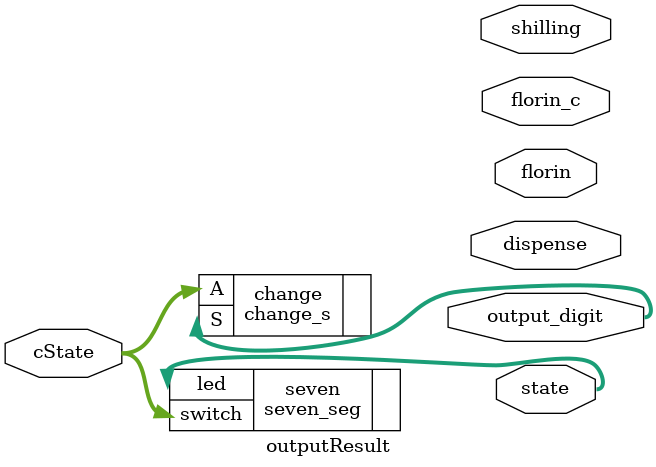
<source format=sv>
module outputResult(
    input logic [3:0] cState,         // Current state in shilling
    output logic [6:0] state,         // 7-segment display for the current state
    output logic [6:0] output_digit,  // 7-segment display for change
    output logic florin,              // Output for florin change
    output logic florin_c,            // Crown change output
    output logic shilling,            // Output for shilling change
    output logic dispense             // LED for dispense
);

seven_seg seven(
    .switch(cState),     
    .led(state)          
);

change_s change(
    .A(cState), 
    .S(output_digit)   
);

endmodule

</source>
